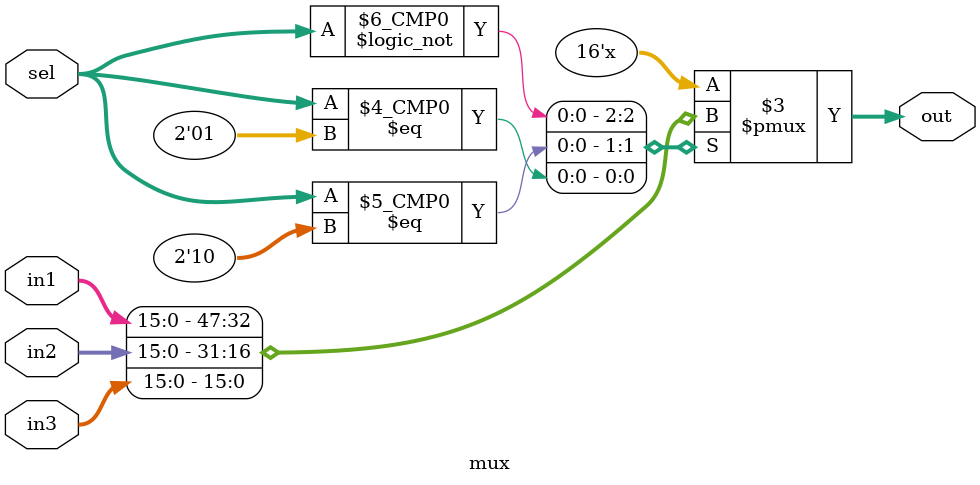
<source format=sv>
module mux
	#(parameter SIZE = 16, parameter IS3WAY = 1)(
	input wire [IS3WAY:0]		sel,

	input wire [(SIZE - 1):0] 	in1,
	input wire [(SIZE - 1):0] 	in2,
	input wire [(SIZE - 1):0] 	in3,

	output logic [(SIZE - 1):0]	out
);

	always_comb begin
		if(IS3WAY) begin		//3 to one mux
			case (sel)		
				2'b00:
					out = in1;
				2'b10:
					out = in2;
				2'b01:
					out = in3;
				2'b11: begin
					out = 32'bX;
				end
			endcase
		end
		else begin
			case (sel)			// 2 to one mux
				1'b0:
					out = in1;
				1'b1:
					out = in2;
			endcase
		end
	end
endmodule

</source>
